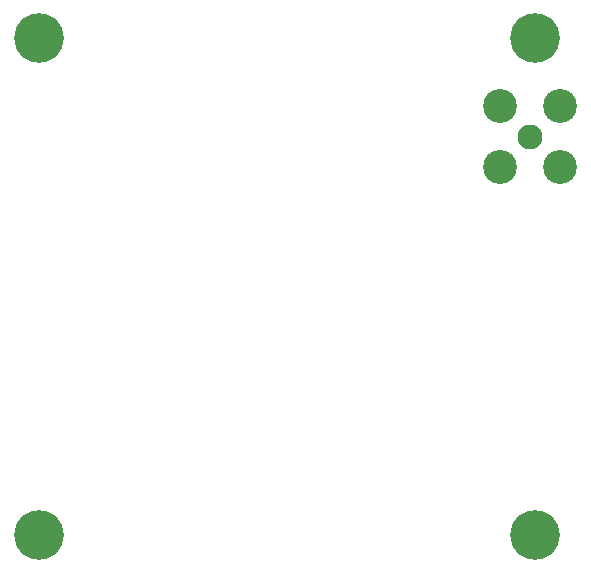
<source format=gts>
G75*
%MOIN*%
%OFA0B0*%
%FSLAX25Y25*%
%IPPOS*%
%LPD*%
%AMOC8*
5,1,8,0,0,1.08239X$1,22.5*
%
%ADD10C,0.16548*%
%ADD11C,0.08300*%
%ADD12C,0.11300*%
D10*
X0016748Y0016748D03*
X0182102Y0016748D03*
X0182102Y0182102D03*
X0016748Y0182102D03*
D11*
X0180331Y0149386D03*
D12*
X0190370Y0159425D03*
X0170292Y0159425D03*
X0170292Y0139347D03*
X0190370Y0139347D03*
M02*

</source>
